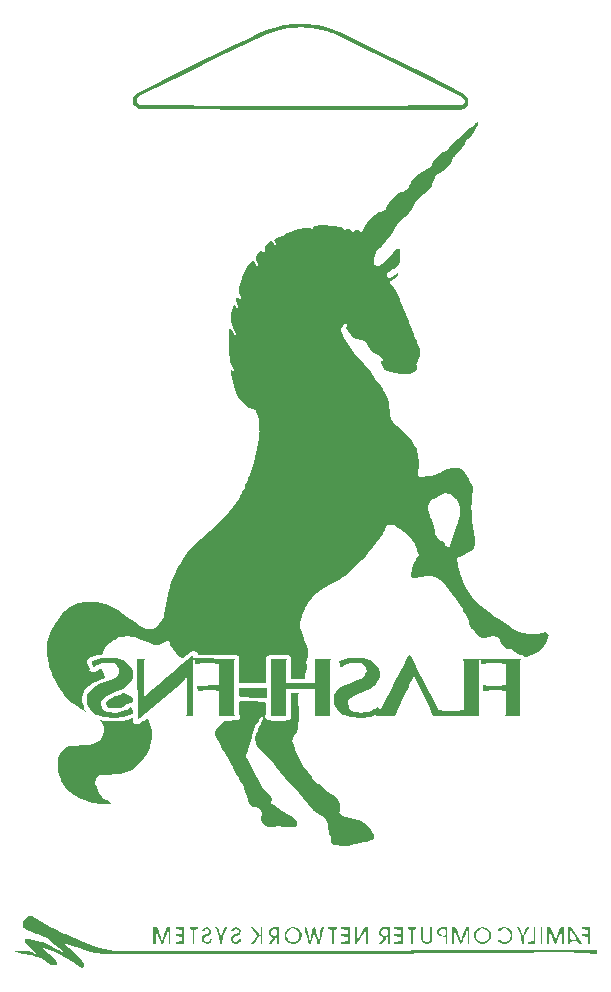
<source format=gbr>
G04 DipTrace 4.3.0.5*
G04 BottomSilk.gbr*
%MOIN*%
G04 #@! TF.FileFunction,Legend,Bot*
G04 #@! TF.Part,Single*
%FSLAX26Y26*%
G04*
G70*
G90*
G75*
G01*
G04 BotSilk*
%LPD*%
G36*
X1341826Y4019972D2*
X1322040Y4015026D1*
X1287414Y4000186D1*
X1250315Y3982874D1*
X1198377Y3958141D1*
X1047509Y3883944D1*
X879328Y3799853D1*
X874382Y3794907D1*
X869435Y3785014D1*
Y3765228D1*
X874382Y3757808D1*
X884275Y3750388D1*
X889221Y3747915D1*
X1430863Y3745442D1*
X1957664D1*
X1970031Y3747915D1*
X1977450Y3752862D1*
X1979924Y3755335D1*
X1984870Y3762755D1*
Y3785014D1*
X1982397Y3789960D1*
X1972504Y3799853D1*
X1843895Y3864158D1*
X1693027Y3938355D1*
X1556998Y4005133D1*
X1539685Y4012553D1*
X1532266Y4015026D1*
X1500113Y4024919D1*
X1487747Y4027392D1*
X1470434Y4029865D1*
X1450648Y4032339D1*
X1406130D1*
X1371505Y4027392D1*
X1359138Y4024919D1*
X1349245Y4022446D1*
X1341826Y4019972D1*
X1411077D1*
X1422618Y4022446D1*
X1434160D1*
X1445702Y4019972D1*
X1465488Y4017499D1*
X1495167Y4012553D1*
X1514953Y4007606D1*
X1529792Y4002660D1*
X1534739Y4000186D1*
X1547105Y3995240D1*
X1566891Y3985347D1*
X1772171Y3883944D1*
X1898306Y3822113D1*
X1905726Y3819639D1*
X1965084Y3789960D1*
X1972504Y3782541D1*
Y3780067D1*
X1974977Y3777594D1*
Y3770174D1*
X1967557Y3762755D1*
X1962611Y3760281D1*
X1606463Y3757808D1*
X1250315D1*
X894168Y3760281D1*
X884275Y3765228D1*
Y3767701D1*
X881801Y3770174D1*
Y3785014D1*
X889221Y3792434D1*
X909007Y3802327D1*
X916427Y3804800D1*
X1042562Y3866631D1*
X1158805Y3923516D1*
X1302254Y3992767D1*
X1307200Y3995240D1*
X1344299Y4007606D1*
X1383871Y4017499D1*
X1411077Y4019972D1*
X1341826D1*
G37*
G36*
X1230529Y2466772D2*
X1228056Y2464299D1*
X1220636Y2449460D1*
X1210743Y2434620D1*
X1200850Y2422254D1*
X1188484Y2407414D1*
Y2404941D1*
X1129126Y2345583D1*
X1124180Y2343110D1*
X1094501Y2315904D1*
X1059875Y2281279D1*
X1049982Y2268912D1*
X1035143Y2249126D1*
X1030196Y2241707D1*
X1027723Y2236760D1*
X1022776Y2229341D1*
X1000517Y2184822D1*
X993098Y2162563D1*
X990624Y2152670D1*
X988151Y2145250D1*
X978258Y2095785D1*
X973312Y2066106D1*
X970838Y2053740D1*
X965892Y2046320D1*
X953526Y2031481D1*
X941159Y2019114D1*
X936213Y2016641D1*
X927969Y2014168D1*
X919724D1*
X911480Y2016641D1*
X886748Y2029007D1*
X881801Y2033954D1*
X859542Y2048793D1*
X849649Y2056213D1*
X834810Y2066106D1*
X824917Y2073526D1*
X817497Y2078472D1*
X777925Y2098258D1*
X763085Y2103205D1*
X750719Y2105678D1*
X708674D1*
X686415Y2100732D1*
X678995Y2098258D1*
X659209Y2088365D1*
X649316Y2080946D1*
X641896Y2075999D1*
X639423Y2073526D1*
X624583Y2056213D1*
X617164Y2046320D1*
X607271Y2031481D1*
X592431Y2001802D1*
X585012Y1979542D1*
X582538Y1974596D1*
Y1927604D1*
X587485Y1897925D1*
X589958Y1888032D1*
X592431Y1883086D1*
X597378Y1868246D1*
X599851Y1863300D1*
X602324Y1855880D1*
X604797Y1850933D1*
X609744Y1843514D1*
X619637Y1823728D1*
X634476Y1801469D1*
X636950Y1796522D1*
X664155Y1769316D1*
X671575Y1764370D1*
X681468Y1756950D1*
X693834Y1749530D1*
X701254Y1744584D1*
X711147Y1739637D1*
Y1742111D1*
X706201Y1749530D1*
X703727Y1756950D1*
X701254Y1766843D1*
X698781Y1769316D1*
Y1791576D1*
X701254Y1794049D1*
X706201Y1808888D1*
Y1811361D1*
X721040Y1826201D1*
X725987Y1828674D1*
X728460Y1831147D1*
X758139Y1845987D1*
X765559Y1848460D1*
X775452Y1853407D1*
Y1855880D1*
X772978Y1860826D1*
X770505Y1868246D1*
X768032Y1873193D1*
X765559Y1883086D1*
X763085Y1885559D1*
X758139Y1883086D1*
X743299Y1873193D1*
X739177Y1870719D1*
X735055D1*
X730933Y1873193D1*
X725987Y1875666D1*
X723054Y1878446D1*
X723513Y1880612D1*
X721040Y1888032D1*
X718567Y1897925D1*
X716094Y1900398D1*
Y1912765D1*
X721040Y1917711D1*
X725987Y1920184D1*
X733406Y1922658D1*
X738353Y1925131D1*
X748246Y1927604D1*
X765559Y1930077D1*
X768032Y1935024D1*
X770505Y1944917D1*
X775452Y1952337D1*
Y1954810D1*
X790291Y1969649D1*
X805131Y1977069D1*
X807604Y1979542D1*
X822443Y1986962D1*
X837283Y1989435D1*
X845527Y1991909D1*
X853771D1*
X862015Y1989435D1*
X874382Y1986962D1*
X889221Y1982016D1*
X899114Y1977069D1*
X926320Y1967176D1*
X938686Y1962230D1*
X951052D1*
X960945Y1964703D1*
X980731Y1974596D1*
X985678D1*
X990624Y1972123D1*
Y1969649D1*
X993098Y1962230D1*
X995571Y1957283D1*
X1002991Y1947390D1*
X1022776Y1922658D1*
X1025250Y1920184D1*
X1030196Y1917711D1*
X1035143D1*
X1049982Y1930077D1*
X1057402Y1937497D1*
X1062348Y1939970D1*
X1068119Y1942444D1*
X1073890D1*
X1079661Y1939970D1*
X1084608Y1935024D1*
Y1932551D1*
X1087081Y1930077D1*
X1213217Y1927604D1*
X1220636Y1925131D1*
X1223110Y1922658D1*
Y1833621D1*
X1312147D1*
Y1920184D1*
X1317093Y1925131D1*
X1322040Y1927604D1*
X1343474Y1930077D1*
X1364909D1*
X1386344Y1927604D1*
X1391291Y1925131D1*
X1396237Y1920184D1*
Y1912765D1*
X1393764Y1910291D1*
Y1848460D1*
X1438282D1*
X1440756Y1853407D1*
X1443229Y1860826D1*
X1445702Y1870719D1*
X1448175Y1883086D1*
Y1897925D1*
X1445702Y1900398D1*
Y1907818D1*
X1448175Y1910291D1*
X1450648Y1920184D1*
Y1944917D1*
X1448175Y1957283D1*
X1443229Y1972123D1*
X1438282Y1982016D1*
X1430863Y2004275D1*
X1428389Y2014168D1*
X1425916Y2016641D1*
Y2041374D1*
X1428389Y2043847D1*
X1430863Y2056213D1*
X1435809Y2071053D1*
X1438282Y2075999D1*
X1440756Y2083419D1*
X1443229Y2088365D1*
X1448175Y2095785D1*
X1450648Y2100732D1*
X1465488Y2118044D1*
Y2120518D1*
X1480327Y2135357D1*
X1485274Y2137830D1*
X1505060Y2152670D1*
X1522373Y2162563D1*
X1554525Y2179876D1*
X1566891Y2187295D1*
X1574311Y2192242D1*
X1589150Y2204608D1*
X1631196Y2244180D1*
X1633669Y2246653D1*
X1663348Y2281279D1*
X1668294Y2288698D1*
X1690554Y2318377D1*
X1700447Y2333217D1*
X1702920Y2338163D1*
X1707866Y2345583D1*
X1712813Y2355476D1*
X1713294Y2357229D1*
X1715286Y2360423D1*
X1720233Y2362896D1*
X1722080Y2364484D1*
X1723361Y2364340D1*
X1725179Y2362896D1*
X1737545Y2360423D1*
X1744965Y2357949D1*
X1749912Y2355476D1*
X1752385Y2353003D1*
X1759805Y2348056D1*
X1772171Y2338163D1*
X1777117Y2335690D1*
X1799377Y2313431D1*
Y2310958D1*
X1804323Y2303538D1*
X1811743Y2288698D1*
X1814216Y2281279D1*
X1816689Y2276332D1*
X1819163Y2268912D1*
X1821636Y2266439D1*
Y2261493D1*
X1819163Y2259019D1*
X1816689Y2254073D1*
X1811743Y2246653D1*
X1809270Y2241707D1*
X1804323Y2234287D1*
X1799377Y2219448D1*
X1796903Y2209555D1*
X1794430Y2197188D1*
Y2192242D1*
X1796903Y2187295D1*
X1799377Y2184822D1*
X1809270D1*
X1829056Y2189769D1*
X1844719Y2192242D1*
X1860383D1*
X1876047Y2189769D1*
X1885940Y2184822D1*
X1890887Y2179876D1*
X1895833Y2177402D1*
X1910673Y2162563D1*
Y2160090D1*
X1923039Y2145250D1*
X1932932Y2130411D1*
X1940352Y2120518D1*
X1950245Y2105678D1*
X1957664Y2095785D1*
X1967557Y2080946D1*
X1970031Y2075999D1*
X1974977Y2068579D1*
X1984870Y2048793D1*
X1987343Y2041374D1*
X1989817Y2036427D1*
X1992290Y2026534D1*
X1994763Y2019114D1*
X1997236Y2016641D1*
X2002183Y2014168D1*
X2009603Y2006748D1*
Y2004275D1*
X2012076Y1999328D1*
X2024442Y1986962D1*
X2031862Y1984489D1*
X2041755D1*
X2051648Y1986962D1*
X2059068Y1989435D1*
X2065663Y1991909D1*
X2072258D1*
X2078854Y1989435D1*
X2086273Y1986962D1*
X2091220Y1982016D1*
Y1979542D1*
X2096166Y1969649D1*
X2101113Y1962230D1*
X2108533Y1954810D1*
X2115952Y1949863D1*
X2128319Y1947390D1*
X2143158Y1939970D1*
X2145631Y1937497D1*
X2153051Y1932551D1*
X2157998Y1930077D1*
X2165417Y1927604D1*
X2170364Y1925131D1*
X2172837Y1922658D1*
X2182730D1*
X2195096Y1927604D1*
X2200043Y1930077D1*
X2217356Y1939970D1*
X2224775Y1944917D1*
X2227249Y1947390D1*
X2237142Y1959756D1*
X2244561Y1969649D1*
X2251981Y1984489D1*
X2254454Y1994382D1*
X2251981Y1999328D1*
X2249508Y2001802D1*
X2244561Y2004275D1*
X2217356Y1999328D1*
X2206638Y1996855D1*
X2195921D1*
X2185203Y1999328D1*
X2170364Y2001802D1*
X2155524Y2006748D1*
X2150578Y2009221D1*
X2143158Y2011695D1*
X2138212Y2014168D1*
X2135738Y2016641D1*
X2128319Y2021588D1*
X2118426Y2029007D1*
X2088747Y2048793D1*
X2076380Y2056213D1*
X2054121Y2071053D1*
X2041755Y2080946D1*
X2026915Y2093312D1*
X2021969Y2095785D1*
X2007129Y2110625D1*
Y2113098D1*
X1999710Y2122991D1*
X1979924Y2152670D1*
X1970031Y2172456D1*
X1965084Y2187295D1*
X1962611Y2192242D1*
X1960138Y2199662D1*
X1957664Y2204608D1*
X1955191Y2212028D1*
X1952718Y2226867D1*
X1950245Y2239233D1*
X1947771Y2241707D1*
Y2251600D1*
X1952718Y2254073D1*
X1960138Y2256546D1*
X1994763Y2273859D1*
X2004656Y2283752D1*
X2009603Y2293645D1*
Y2298591D1*
X2007129Y2315904D1*
X2002183Y2355476D1*
X1999710Y2377735D1*
X1997236Y2412361D1*
X1994763Y2414834D1*
Y2429674D1*
X1997236Y2432147D1*
X1999710Y2456879D1*
X2002183Y2474192D1*
Y2489032D1*
X1997236Y2498925D1*
X1992290Y2506344D1*
X1987343Y2516237D1*
X1967557Y2545916D1*
X1965084Y2548390D1*
X1955191Y2553336D1*
X1930459D1*
X1915619Y2548390D1*
X1903253Y2543443D1*
X1890887Y2536023D1*
X1888413Y2533550D1*
X1873574Y2528604D1*
X1861208Y2526130D1*
X1846368Y2523657D1*
X1837300Y2521184D1*
X1828231D1*
X1819163Y2523657D1*
X1816229Y2526438D1*
X1816993Y2528089D1*
X1819163Y2531077D1*
X1821636Y2565702D1*
Y2568176D1*
X1819163Y2597855D1*
X1816689Y2607748D1*
X1814216Y2615167D1*
X1806796Y2630007D1*
X1801850Y2637427D1*
X1799377Y2642373D1*
X1791957Y2652266D1*
X1754858Y2689365D1*
X1749912Y2691838D1*
X1735072Y2706677D1*
Y2709151D1*
X1730126Y2716570D1*
X1725179Y2731410D1*
X1722706Y2763562D1*
X1720233Y2773455D1*
X1715286Y2788295D1*
X1707866Y2803134D1*
X1702920Y2810554D1*
X1700447Y2815500D1*
X1690554Y2830340D1*
X1675714Y2850126D1*
X1660875Y2872385D1*
X1616356Y2924323D1*
X1606463Y2936690D1*
X1591624Y2956476D1*
X1571838Y2986155D1*
X1566891Y2996048D1*
X1564418Y3005941D1*
X1561945Y3008414D1*
Y3018307D1*
X1564418Y3020780D1*
X1566891Y3025727D1*
X1574311Y3035620D1*
X1576158Y3037208D1*
X1577440Y3037063D1*
X1579229Y3035545D1*
X1581731Y3033146D1*
Y3025727D1*
X1579257Y3023253D1*
Y3018307D1*
X1584204Y3008414D1*
X1594097Y2996048D1*
X1596570Y2993574D1*
X1606463Y2986155D1*
X1616356Y2981208D1*
X1631196Y2978735D1*
X1646035Y2971315D1*
X1648027Y2968122D1*
X1648508Y2966369D1*
X1650982Y2958949D1*
X1658401Y2949056D1*
X1663348Y2944109D1*
X1673241Y2936690D1*
X1680661Y2931743D1*
X1685607Y2929270D1*
X1700447Y2914430D1*
Y2909484D1*
X1695500Y2907011D1*
Y2902064D1*
X1705393Y2882278D1*
X1707866Y2879805D1*
X1730126Y2872385D1*
X1762278Y2864965D1*
X1791957D1*
X1799377Y2867439D1*
X1806796Y2872385D1*
X1814216Y2879805D1*
Y2894644D1*
X1811283Y2897425D1*
X1812047Y2899077D1*
X1814216Y2902064D1*
X1826582Y2926797D1*
Y2944109D1*
X1824109Y2951529D1*
X1821636Y2956476D1*
X1819163Y2963895D1*
X1816689Y2968842D1*
X1814216Y2976262D1*
X1809270Y2986155D1*
X1806796Y2993574D1*
X1804323Y2998521D1*
X1801850Y3005941D1*
X1799377Y3010887D1*
X1796903Y3018307D1*
X1794430Y3023253D1*
X1791957Y3030673D1*
X1789484Y3035620D1*
X1787010Y3043039D1*
X1784537Y3047986D1*
X1782064Y3055406D1*
X1777117Y3065299D1*
X1774644Y3072718D1*
X1772171Y3077665D1*
X1769698Y3085084D1*
X1767224Y3090031D1*
X1764751Y3097451D1*
X1762278Y3102397D1*
X1759805Y3109817D1*
X1757331Y3114763D1*
X1754858Y3122183D1*
X1744965Y3141969D1*
X1737545Y3151862D1*
X1727652Y3166702D1*
X1725179Y3169175D1*
Y3174121D1*
X1727652Y3176595D1*
X1737545Y3181541D1*
X1744965Y3186488D1*
X1749912Y3191434D1*
X1752385Y3196381D1*
Y3201327D1*
X1742492Y3196381D1*
X1726003Y3186488D1*
X1721881D1*
X1717759Y3188961D1*
X1715286Y3191434D1*
Y3201327D1*
X1717759Y3203800D1*
X1722706Y3206274D1*
X1735072Y3213693D1*
X1740019Y3216167D1*
X1749912Y3226060D1*
X1754858Y3233479D1*
X1757331Y3238426D1*
X1759805Y3250792D1*
Y3275525D1*
X1757331Y3280471D1*
X1752385Y3282944D1*
X1747438D1*
X1735072Y3270578D1*
Y3268105D1*
X1700447Y3233479D1*
X1695500Y3231006D1*
X1693027Y3228533D1*
X1687256Y3226060D1*
X1681485D1*
X1675714Y3228533D1*
X1670768Y3233479D1*
Y3245846D1*
X1673241Y3248319D1*
X1678187Y3268105D1*
X1683134Y3277998D1*
X1683615Y3279751D1*
X1685607Y3282944D1*
X1690554Y3285418D1*
X1697973Y3292837D1*
X1730126Y3329936D1*
X1735072Y3337356D1*
X1742492Y3352195D1*
X1749912Y3362088D1*
Y3364562D1*
X1774644Y3389294D1*
X1779591Y3391767D1*
X1789484Y3401660D1*
X1799377Y3414027D1*
X1806796Y3428866D1*
X1816689Y3443706D1*
Y3446179D1*
X1834002Y3463492D1*
X1838949Y3465965D1*
X1858735Y3485751D1*
X1863681Y3493171D1*
X1866154Y3498117D1*
X1871101Y3512956D1*
X1873574Y3517903D1*
Y3520376D1*
X1883467Y3530269D1*
X1893360Y3535216D1*
X1900780Y3540162D1*
X1918092Y3557475D1*
X1927985Y3569841D1*
X1930459Y3574788D1*
X1932932Y3582207D1*
X1934169Y3584681D1*
X1935518Y3586934D1*
X1937902Y3589574D1*
X1940352Y3592100D1*
X1965084Y3616833D1*
X1974977Y3631672D1*
X1979924Y3641565D1*
Y3644039D1*
X1984870Y3648985D1*
X1989817Y3651458D1*
X1994763Y3656405D1*
X2004656Y3671244D1*
X2007129Y3678664D1*
X2012076Y3686084D1*
X2019496Y3695977D1*
Y3705870D1*
X2017022D1*
X2009603Y3703397D1*
X2007129Y3700923D1*
Y3698450D1*
X1997236Y3688557D1*
X1992290Y3686084D1*
X1950245Y3648985D1*
X1940352Y3641565D1*
X1927985Y3629199D1*
X1923039Y3621779D1*
X1921802Y3619306D1*
X1920346Y3616720D1*
X1918074Y3614352D1*
X1913146Y3609413D1*
X1903253Y3604467D1*
X1893360Y3597047D1*
X1868627Y3572314D1*
X1863681Y3562421D1*
X1856261Y3552528D1*
X1831529Y3537689D1*
X1814216Y3527796D1*
X1809270Y3522849D1*
X1799377Y3510483D1*
X1794430Y3503063D1*
X1791957Y3498117D1*
X1789484Y3490697D1*
Y3488224D1*
X1779591Y3478331D1*
X1769698Y3473385D1*
X1759805Y3470911D1*
X1754858Y3468438D1*
X1744965Y3461018D1*
X1727652Y3443706D1*
X1720233Y3433813D1*
X1712813Y3418973D1*
Y3416500D1*
X1707866Y3411553D1*
X1702920Y3409080D1*
X1693027Y3406607D1*
X1685607Y3404134D1*
X1675714Y3396714D1*
X1668294Y3391767D1*
X1663348Y3386821D1*
X1653455Y3374455D1*
X1638615Y3352195D1*
X1636142Y3347249D1*
Y3344776D1*
X1631196Y3339829D1*
X1627570Y3340080D1*
X1626249Y3342302D1*
X1621303Y3344776D1*
X1608936D1*
X1603990Y3342302D1*
X1601367Y3339616D1*
X1600087Y3340018D1*
X1599043Y3342302D1*
X1596570Y3344776D1*
X1589150Y3347249D1*
X1579257D1*
X1576242Y3344668D1*
X1573374Y3344985D1*
X1571031Y3347848D1*
X1571838Y3349722D1*
X1569364Y3352195D1*
X1564418Y3354669D1*
X1502587Y3362088D1*
X1492694D1*
X1477854Y3359615D1*
X1470434Y3357142D1*
X1467961Y3354669D1*
X1467061Y3351628D1*
X1464429Y3349521D1*
X1462191Y3349916D1*
X1460541Y3352195D1*
X1443229D1*
X1418496Y3347249D1*
X1373978Y3332409D1*
X1371505Y3329936D1*
X1370692Y3326936D1*
X1369031Y3324990D1*
X1356665Y3322516D1*
X1349245Y3320043D1*
X1344299Y3317570D1*
X1339352Y3312623D1*
X1341826Y3305204D1*
X1344299Y3302730D1*
Y3297784D1*
X1341283Y3295203D1*
X1338424Y3295523D1*
X1336879Y3297784D1*
X1331933Y3307677D1*
X1329459Y3310150D1*
X1326986D1*
X1319566Y3302730D1*
X1307200Y3287891D1*
Y3280471D1*
X1309192Y3277278D1*
X1309673Y3275525D1*
X1306376Y3273051D1*
X1303078D1*
X1299780Y3275525D1*
X1294834D1*
X1289887Y3270578D1*
X1277521Y3255739D1*
Y3245846D1*
X1282468Y3238426D1*
X1283704Y3235953D1*
X1284755Y3233244D1*
X1284854Y3230921D1*
X1284304Y3228079D1*
X1282324Y3225832D1*
X1281042Y3226248D1*
X1279994Y3228533D1*
X1275048Y3238426D1*
X1272575Y3240899D1*
X1265155D1*
X1255262Y3231006D1*
X1245369Y3216167D1*
X1235476Y3196381D1*
X1233003Y3186488D1*
X1228056Y3171648D1*
X1223110Y3151862D1*
X1220636Y3139496D1*
Y3134549D1*
X1225583Y3127130D1*
X1228056Y3122183D1*
X1229927Y3118857D1*
X1229612Y3116596D1*
X1227015Y3114568D1*
X1224753Y3114959D1*
X1223110Y3117237D1*
X1213217D1*
Y3107344D1*
X1215690Y3102397D1*
X1218163Y3092504D1*
X1220034Y3089178D1*
X1219719Y3086917D1*
X1217122Y3084889D1*
X1214858Y3085277D1*
X1212394Y3088166D1*
X1213217Y3090031D1*
X1208270Y3094977D1*
X1205797D1*
X1203324Y3092504D1*
X1200850Y3085084D1*
X1198377Y3080138D1*
X1195904Y3065299D1*
Y3040566D1*
X1198377Y3033146D1*
X1200850Y3023253D1*
X1203324Y3018307D1*
X1205797Y3010887D1*
X1208270Y3005941D1*
X1210743Y3003467D1*
Y2998521D1*
X1208121Y2995835D1*
X1206840Y2996236D1*
X1205797Y2998521D1*
X1200850Y3008414D1*
X1195904Y3015834D1*
X1193431Y3018307D1*
X1190957D1*
X1188484Y3015834D1*
Y2936690D1*
X1190957Y2916904D1*
X1193431Y2907011D1*
X1195904Y2899591D1*
X1205789Y2879793D1*
X1206660Y2875865D1*
X1205023Y2874716D1*
X1203324Y2874858D1*
X1198377Y2879805D1*
X1195904D1*
Y2874858D1*
X1205797D1*
X1207644Y2876447D1*
X1208865Y2876194D1*
X1209659Y2873742D1*
X1208218Y2872175D1*
X1206803Y2872584D1*
X1205797Y2874858D1*
X1195904D1*
Y2864965D1*
X1205797Y2825393D1*
X1215690Y2795714D1*
X1223110Y2780875D1*
X1250315Y2753669D1*
X1255262Y2751196D1*
X1267628Y2748723D1*
X1277521Y2743776D1*
X1279513Y2740583D1*
X1279994Y2738830D1*
X1282468Y2733883D1*
X1284941Y2726463D1*
X1287414Y2711624D1*
X1289887Y2679472D1*
X1291758Y2676145D1*
X1291511Y2673917D1*
X1289887Y2672052D1*
X1287414Y2649793D1*
X1284941Y2632480D1*
X1279994Y2602801D1*
X1272575Y2573122D1*
X1257735Y2528604D1*
X1255262Y2523657D1*
X1252789Y2516237D1*
X1250315Y2511291D1*
X1247842Y2503871D1*
X1242896Y2493978D1*
X1240422Y2486558D1*
X1235476Y2479139D1*
X1230529Y2469246D1*
Y2466772D1*
X1903253D1*
X1908199Y2469246D1*
X1913146D1*
X1918092Y2466772D1*
X1925512Y2464299D1*
X1930459Y2461826D1*
X1932932Y2459353D1*
X1942825Y2451933D1*
X1945298Y2449460D1*
X1947716Y2446865D1*
X1949756Y2443776D1*
X1950245Y2442040D1*
X1952718Y2437093D1*
X1957664Y2422254D1*
X1960138Y2419781D1*
Y2397521D1*
X1957664Y2395048D1*
X1955191Y2380209D1*
X1952718Y2372789D1*
X1950245Y2367842D1*
X1947771Y2360423D1*
X1945298Y2355476D1*
X1937878Y2333217D1*
X1935405Y2320851D1*
X1932932Y2310958D1*
X1927985Y2301065D1*
X1925512Y2293645D1*
X1924265Y2291165D1*
X1922829Y2288582D1*
X1920413Y2286006D1*
X1919140Y2286413D1*
X1918092Y2288698D1*
X1913146Y2291172D1*
X1908199Y2296118D1*
Y2298591D1*
X1905726Y2303538D1*
X1898306Y2308484D1*
X1888413Y2313431D1*
X1880994Y2320851D1*
Y2323324D1*
X1876047Y2333217D1*
X1873574Y2345583D1*
X1871101Y2355476D1*
X1863681Y2377735D1*
X1858735Y2387628D1*
X1853788Y2407414D1*
X1851315Y2409888D1*
Y2429674D1*
X1853788Y2432147D1*
X1858735Y2439567D1*
X1866154Y2446986D1*
X1871101Y2449460D1*
X1888413Y2459353D1*
X1903253Y2466772D1*
X1230529D1*
G37*
G36*
X1576784Y1727271D2*
X1596570Y1722325D1*
X1628722Y1719851D1*
X1631196D1*
X1658401Y1722325D1*
X1668294Y1724798D1*
X1672416Y1727271D1*
X1676539D1*
X1680661Y1724798D1*
X1742492D1*
X1744965Y1732218D1*
X1752385Y1747057D1*
X1754858Y1754477D1*
X1769698Y1784156D1*
X1772171Y1791576D1*
X1787010Y1821254D1*
X1789484Y1828674D1*
X1801850Y1853407D1*
X1802362Y1855085D1*
X1804603Y1857130D1*
X1806615Y1857011D1*
X1808726Y1854949D1*
X1811743Y1845987D1*
X1831529Y1806415D1*
X1834002Y1798995D1*
X1851315Y1764370D1*
X1853788Y1756950D1*
X1866154Y1732218D1*
X1868627Y1724798D1*
X2024442D1*
X2021969Y1727271D1*
Y1910291D1*
X2023816Y1911880D1*
X2025098Y1911735D1*
X2026915Y1910291D1*
X2029389Y1900398D1*
X2031862Y1897925D1*
X2058243Y1900398D1*
X2084625D1*
X2111006Y1897925D1*
Y1828674D1*
X2085449Y1826201D1*
X2059892D1*
X2034335Y1828674D1*
Y1823728D1*
X2036808Y1808888D1*
X2041755D1*
X2064839Y1811361D1*
X2087922D1*
X2111006Y1808888D1*
Y1732218D1*
X2108533Y1729744D1*
Y1724798D1*
X2160471D1*
X2157998Y1727271D1*
Y1912765D1*
X2160471Y1915238D1*
X1970031D1*
Y1910291D1*
X1972504Y1907818D1*
Y1744584D1*
X1943649Y1742111D1*
X1914795D1*
X1885940Y1744584D1*
Y1747057D1*
X1861208Y1796522D1*
X1856261Y1803942D1*
X1831529Y1853407D1*
X1826582Y1860826D1*
X1801850Y1910291D1*
X1796903Y1917711D1*
X1791957Y1927604D1*
X1789484Y1930077D1*
X1779591Y1910291D1*
X1774644Y1902872D1*
X1740019Y1833621D1*
X1735072Y1826201D1*
X1702920Y1761897D1*
X1697973Y1754477D1*
X1693027Y1744584D1*
X1692399Y1741666D1*
X1690409Y1739409D1*
X1689128Y1739826D1*
X1688080Y1742111D1*
Y1749530D1*
X1685607Y1756950D1*
X1675714Y1749530D1*
X1673241Y1747057D1*
X1663348Y1742111D1*
X1655928Y1739637D1*
X1638615Y1737164D1*
X1632020Y1734691D1*
X1625425D1*
X1618829Y1737164D1*
X1606463Y1739637D1*
X1599043Y1742111D1*
X1589150Y1752004D1*
Y1754477D1*
X1586677Y1766843D1*
X1583744Y1769624D1*
X1584508Y1771275D1*
X1586677Y1774263D1*
Y1779209D1*
X1589150Y1781683D1*
X1594097Y1784156D1*
X1601517Y1791576D1*
X1611410Y1796522D1*
X1618829Y1798995D1*
X1636142Y1806415D1*
X1648508Y1811361D1*
X1658401Y1816308D1*
X1670768Y1823728D1*
X1678187Y1831147D1*
X1683134Y1838567D1*
X1688080Y1848460D1*
X1690554Y1855880D1*
Y1873193D1*
X1688080Y1883086D1*
X1683134Y1892979D1*
X1673241Y1902872D1*
X1658401Y1910291D1*
X1636142Y1917711D1*
X1584204D1*
X1554525Y1907818D1*
Y1905345D1*
X1556998Y1897925D1*
X1559471Y1888032D1*
X1564418D1*
X1566891Y1890505D1*
X1581731Y1897925D1*
X1591624Y1900398D1*
X1608936Y1902872D1*
X1610784Y1904460D1*
X1612065Y1904316D1*
X1613883Y1902872D1*
X1628722Y1900398D1*
X1638615Y1895452D1*
X1646035Y1888032D1*
Y1880612D1*
X1648508Y1878139D1*
Y1873193D1*
X1646035Y1870719D1*
X1641089Y1860826D1*
X1633669Y1853407D1*
X1608936Y1841040D1*
X1594097Y1836094D1*
X1576784Y1828674D1*
X1561945Y1821254D1*
X1552052Y1813835D1*
X1544632Y1803942D1*
X1539685Y1794049D1*
Y1769316D1*
X1542159Y1759423D1*
X1547105Y1749530D1*
X1556998Y1737164D1*
X1564418Y1732218D1*
X1569364Y1729744D1*
X1576784Y1727271D1*
X1678187D1*
X1680034Y1728859D1*
X1681256Y1728607D1*
X1682049Y1726155D1*
X1680608Y1724588D1*
X1679194Y1724997D1*
X1678187Y1727271D1*
X1576784D1*
G37*
G36*
X1069768Y1927604D2*
X1064822Y1925131D1*
X1047509Y1910291D1*
X1032669Y1897925D1*
X998044Y1868246D1*
X983205Y1855880D1*
X965892Y1841040D1*
X951052Y1828674D1*
X933740Y1813835D1*
X911480Y1794049D1*
X908858Y1791362D1*
X907577Y1791764D1*
X906534Y1794049D1*
Y1912765D1*
X909007Y1915238D1*
X881801D1*
Y1910291D1*
X884275Y1714905D1*
X891694Y1719851D1*
X1010410Y1818781D1*
X1027723Y1833621D1*
X1042562Y1848460D1*
X1042966Y1850373D1*
X1044483Y1852400D1*
X1045702Y1852342D1*
X1047509Y1850933D1*
Y1732218D1*
X1045036Y1729744D1*
Y1724798D1*
X1069768D1*
Y1912765D1*
X1071615Y1914353D1*
X1072897Y1914209D1*
X1074715Y1912765D1*
Y1905345D1*
X1077188Y1895452D1*
X1079661Y1897925D1*
X1105218Y1900398D1*
X1130775D1*
X1156332Y1897925D1*
Y1828674D1*
X1082134Y1826201D1*
Y1821254D1*
X1084608Y1811361D1*
X1087081Y1808888D1*
X1089554D1*
X1111813Y1811361D1*
X1134073D1*
X1156332Y1808888D1*
Y1727271D1*
X1153859Y1724798D1*
X1208270D1*
Y1727271D1*
X1205797Y1729744D1*
Y1910291D1*
X1208270Y1912765D1*
Y1915238D1*
X1069768Y1917711D1*
Y1927604D1*
G37*
G36*
X760612Y1917711D2*
X750719Y1915238D1*
X743299Y1912765D1*
X730933Y1907818D1*
X733406Y1897925D1*
X735880Y1890505D1*
X738353Y1888032D1*
X740826D1*
X743299Y1890505D1*
X758139Y1897925D1*
X765559Y1900398D1*
X782871Y1902872D1*
X785519Y1904348D1*
X787666Y1904190D1*
X790291Y1902872D1*
X805131Y1900398D1*
X815024Y1895452D1*
Y1892979D1*
X822443Y1885559D1*
Y1868246D1*
X819970Y1865773D1*
Y1863300D1*
X810077Y1853407D1*
X785345Y1841040D1*
X763085Y1833621D1*
X738353Y1821254D1*
X721040Y1803942D1*
X716094Y1794049D1*
Y1766843D1*
X718567Y1759423D1*
X723513Y1749530D1*
X738353Y1734691D1*
X745773Y1729744D1*
X753192Y1727271D1*
X772978Y1722325D1*
X807604Y1719851D1*
X810077D1*
X834810Y1722325D1*
X854596Y1727271D1*
X864489Y1732218D1*
X866962Y1734691D1*
Y1739637D1*
X864489Y1752004D1*
X862015Y1754477D1*
X859542D1*
X854596Y1749530D1*
X844703Y1744584D1*
X822443Y1737164D1*
X813375Y1734691D1*
X804306D1*
X795238Y1737164D1*
X782871Y1739637D1*
X775452Y1742111D1*
X765559Y1752004D1*
Y1756950D1*
X763085Y1759423D1*
Y1776736D1*
X775452Y1789102D1*
X800184Y1801469D1*
X807604Y1803942D1*
X824917Y1811361D1*
X834810Y1816308D1*
X849649Y1826201D1*
X859542Y1838567D1*
X864489Y1845987D1*
X866962Y1853407D1*
Y1875666D1*
X864489Y1883086D1*
X859542Y1892979D1*
X849649Y1902872D1*
X834810Y1910291D1*
X812550Y1917711D1*
X760612D1*
G37*
G36*
X1326986Y1915238D2*
Y1724798D1*
X1381398D1*
X1378924Y1727271D1*
Y1813835D1*
X1411077Y1816308D1*
X1443229D1*
X1475381Y1813835D1*
Y1724798D1*
X1527319D1*
X1524846Y1727271D1*
Y1912765D1*
X1527319Y1915238D1*
X1475381D1*
Y1836094D1*
X1443229Y1833621D1*
X1411077D1*
X1378924Y1836094D1*
Y1912765D1*
X1381398Y1915238D1*
X1326986D1*
G37*
G36*
X1220636Y1818781D2*
Y1791576D1*
X1233003Y1789102D1*
X1279994Y1786629D1*
X1314620D1*
Y1818781D1*
X1220636D1*
G37*
G36*
X834810Y1801469D2*
X824917Y1796522D1*
X810077Y1791576D1*
X797711Y1786629D1*
X787818Y1781683D1*
X780398Y1774263D1*
X777925Y1769316D1*
Y1764370D1*
X780398Y1756950D1*
X782871Y1754477D1*
X787818Y1752004D1*
X827390D1*
X834810Y1754477D1*
X839756Y1756950D1*
X847176Y1764370D1*
X857069Y1769316D1*
X866962Y1771790D1*
Y1786629D1*
X864489Y1789102D1*
X852122Y1796522D1*
X847176Y1798995D1*
X839756Y1801469D1*
X834810D1*
G37*
G36*
X1393764D2*
Y1732218D1*
X1395000Y1729744D1*
X1396051Y1727036D1*
X1396203Y1724763D1*
X1396237Y1717378D1*
X1393764Y1714905D1*
X1388817Y1712432D1*
X1364909Y1709958D1*
X1341001D1*
X1317093Y1712432D1*
X1309673Y1719851D1*
Y1727271D1*
X1312147Y1729744D1*
Y1769316D1*
X1307200Y1771790D1*
X1262682Y1774263D1*
X1225583D1*
X1223110Y1771790D1*
Y1729744D1*
X1225583Y1727271D1*
Y1719851D1*
X1218163Y1712432D1*
X1173645Y1709958D1*
X1153859Y1690172D1*
X1143966Y1677806D1*
X1141492Y1672860D1*
Y1660493D1*
X1143966Y1655547D1*
X1148912Y1648127D1*
X1153859Y1638234D1*
X1158805Y1630814D1*
X1166225Y1615975D1*
X1171171Y1608555D1*
X1178591Y1593716D1*
X1183538Y1586296D1*
X1190957Y1571456D1*
X1195904Y1564037D1*
X1200850Y1554144D1*
X1205797Y1546724D1*
X1213217Y1531884D1*
X1218163Y1524465D1*
X1225583Y1509625D1*
X1230529Y1502205D1*
X1237949Y1487366D1*
X1242896Y1472526D1*
X1245369Y1467580D1*
X1250315Y1447794D1*
X1252789Y1440374D1*
X1255262Y1435428D1*
X1265155Y1425535D1*
X1270101Y1423061D1*
X1277521Y1420588D1*
X1287414Y1418115D1*
X1294834Y1410695D1*
Y1408222D1*
X1297307Y1405749D1*
Y1395856D1*
X1294834Y1393382D1*
Y1378543D1*
X1299780Y1371123D1*
X1312147Y1358757D1*
X1322040Y1353811D1*
X1336879D1*
X1351719Y1358757D1*
X1359138D1*
X1366558Y1356284D1*
X1386344Y1353811D1*
X1398710D1*
X1408603Y1356284D1*
X1413550Y1361230D1*
Y1373597D1*
X1411077Y1378543D1*
X1401184Y1388436D1*
X1393764Y1393382D1*
X1366558Y1408222D1*
X1336879Y1428008D1*
X1331933Y1430481D1*
X1329459Y1432954D1*
Y1440374D1*
X1331933Y1442847D1*
Y1447794D1*
X1329459Y1455214D1*
X1309673Y1477473D1*
X1299780Y1489839D1*
X1294834Y1497259D1*
X1292361Y1502205D1*
X1287414Y1509625D1*
X1272575Y1539304D1*
X1267628Y1546724D1*
X1247842Y1586296D1*
X1245369Y1588769D1*
Y1598662D1*
X1247842Y1601135D1*
X1250315Y1608555D1*
X1252789Y1613502D1*
X1262682Y1643181D1*
X1270101Y1672860D1*
X1275048Y1687699D1*
X1279994Y1697592D1*
X1284941Y1705012D1*
X1287414Y1709958D1*
X1292361Y1717378D1*
Y1719851D1*
X1297307Y1724798D1*
X1299611Y1723976D1*
X1302254Y1722325D1*
Y1714905D1*
X1299780Y1712432D1*
X1297307Y1707485D1*
X1294834Y1700065D1*
X1289887Y1690172D1*
X1284941Y1675333D1*
X1282468Y1670386D1*
X1277521Y1662967D1*
X1275048Y1658020D1*
Y1645654D1*
X1277521Y1638234D1*
X1279994Y1633288D1*
X1282468Y1625868D1*
X1334406Y1571456D1*
X1344299Y1556617D1*
X1359138Y1536831D1*
X1373978Y1519518D1*
X1423443Y1467580D1*
X1435809Y1452740D1*
X1453122Y1432954D1*
X1467961Y1413168D1*
X1472908Y1408222D1*
X1480327Y1403275D1*
X1500113Y1390909D1*
X1505060Y1388436D1*
X1512480Y1381016D1*
Y1378543D1*
X1514953Y1373597D1*
X1517426Y1366177D1*
X1519899Y1361230D1*
X1522373Y1331551D1*
X1527319Y1324132D1*
X1529792Y1304346D1*
X1532266Y1299399D1*
X1534739Y1296926D1*
X1539685Y1294453D1*
X1576784Y1291979D1*
X1584204D1*
X1594097Y1294453D1*
X1638615Y1304346D1*
X1648508Y1306819D1*
X1663348Y1311765D1*
X1673241Y1316712D1*
Y1321658D1*
X1670768Y1329078D1*
X1665821Y1338971D1*
X1660875Y1346391D1*
X1650982Y1358757D1*
X1638615Y1368650D1*
X1631196Y1373597D1*
X1618829Y1378543D1*
X1603990Y1383490D1*
X1594097Y1385963D1*
X1574311Y1388436D1*
X1569364Y1390909D1*
X1554525Y1405749D1*
X1556998Y1408222D1*
Y1432954D1*
X1554525Y1440374D1*
X1552052Y1445321D1*
X1537212Y1460160D1*
X1529792Y1465107D1*
X1519899Y1472526D1*
X1512480Y1477473D1*
X1490220Y1497259D1*
X1485274Y1499732D1*
X1465488Y1519518D1*
Y1521991D1*
X1450648Y1539304D1*
X1440756Y1551670D1*
X1435809Y1559090D1*
X1433336Y1564037D1*
X1428389Y1571456D1*
X1411077Y1606082D1*
X1408603Y1615975D1*
X1406130Y1628341D1*
X1401184Y1638234D1*
X1398710Y1640707D1*
Y1645654D1*
X1401184Y1648127D1*
X1406130Y1660493D1*
X1413550Y1670386D1*
X1416023Y1675333D1*
X1418496Y1682753D1*
X1420970Y1727271D1*
Y1756950D1*
X1418496Y1759423D1*
Y1798995D1*
X1420970Y1801469D1*
X1393764D1*
G37*
G36*
X913954Y1719851D2*
X904061Y1709958D1*
X899114Y1707485D1*
X894168Y1702539D1*
X884275Y1697592D1*
X879328D1*
X874382Y1700065D1*
X869435Y1705012D1*
Y1707485D1*
X866962Y1717378D1*
X864489D1*
X859542Y1714905D1*
X849649Y1712432D1*
X832336Y1709958D1*
X812550Y1707485D1*
X792764D1*
X772978Y1709958D1*
X758139Y1712432D1*
X765559Y1702539D1*
X768032Y1697592D1*
X770505Y1687699D1*
X772978Y1685226D1*
Y1672860D1*
X770505Y1670386D1*
X765559Y1655547D1*
X760612Y1648127D1*
Y1645654D1*
X755666Y1640707D1*
X735880Y1630814D1*
X718567Y1628341D1*
X654262Y1625868D1*
X644369Y1620921D1*
X629530Y1606082D1*
X619637Y1586296D1*
X617164Y1576403D1*
Y1546724D1*
X619637Y1536831D1*
X624583Y1521991D1*
X627057Y1517045D1*
X629530Y1509625D1*
X634476Y1499732D1*
X641896Y1489839D1*
X659209Y1472526D1*
X671575Y1462633D1*
X678995Y1457687D1*
X688888Y1452740D1*
X713620Y1442847D1*
X735880Y1435428D1*
X760612Y1432954D1*
X795238D1*
X787818Y1440374D1*
X772978Y1447794D1*
X765559Y1455214D1*
Y1457687D1*
X755666Y1470053D1*
X750719Y1479946D1*
X745773Y1494786D1*
X743299Y1497259D1*
Y1509625D1*
X745773Y1512098D1*
Y1517045D1*
X753192Y1524465D1*
X758139Y1526938D1*
X768032Y1529411D1*
X824917Y1531884D1*
X844703Y1536831D1*
X864489Y1546724D1*
X871908Y1551670D1*
X886748Y1564037D1*
X896641Y1573930D1*
X904061Y1583823D1*
X913954Y1598662D1*
X923847Y1618448D1*
X926320Y1625868D1*
X928793Y1635761D1*
X931266Y1650600D1*
Y1677806D1*
X928793Y1687699D1*
X926320Y1695119D1*
X923847Y1700065D1*
X921373Y1707485D1*
X916427Y1717378D1*
X913954Y1719851D1*
G37*
G36*
X614690Y935832D2*
X634476Y925939D1*
X636950Y923465D1*
X674048Y901206D1*
X681468Y896260D1*
X691361Y888840D1*
X698781Y883893D1*
X703727Y891313D1*
Y898733D1*
X698781Y908626D1*
X688888Y920992D1*
X659209Y950671D1*
X654262Y953144D1*
X641896Y965510D1*
X644544Y966987D1*
X646691Y966828D1*
X654262Y963037D1*
X691361Y950671D1*
X716094Y943251D1*
X733406Y938305D1*
X743299Y935832D1*
X775452Y933358D1*
X1435809D1*
X2170364Y935832D1*
X2237142Y938305D1*
X2303919D1*
X2370697Y935832D1*
X2410269Y933358D1*
X2415215Y935832D1*
Y945725D1*
X2175310D1*
X1411077Y943251D1*
X1209095Y940778D1*
X1007113D1*
X805131Y943251D1*
X775452Y948198D1*
X755666Y953144D1*
X711147Y967984D1*
X706201Y970457D1*
X693834Y975403D1*
X644369Y997663D1*
X636950Y1000136D1*
X602324Y1017449D1*
X599851Y1019922D1*
X530600Y1059494D1*
X523180D1*
X518234Y1057021D1*
X513287Y1052074D1*
X503394Y1037235D1*
X500921Y1029815D1*
X503394Y1022395D1*
X505868Y1019922D1*
X515761Y1012502D1*
X533073Y1005082D1*
X545440Y1000136D1*
X552859Y997663D1*
X587485Y980350D1*
X594905Y972930D1*
X607271Y963037D1*
X622110Y950671D1*
X627057Y948198D1*
X634476Y940778D1*
X631461Y938197D1*
X628601Y938517D1*
X627057Y940778D1*
X604797Y953144D1*
X594905Y958091D1*
X567699Y970457D1*
X560279Y972930D1*
X523180Y982823D1*
X508341D1*
Y970457D1*
X530600Y948198D1*
X535547Y945725D1*
X545440Y935832D1*
X542424Y933250D1*
X539564Y933570D1*
X538020Y935832D1*
X533073Y938305D1*
X520707Y943251D1*
X491028D1*
X488012Y940670D1*
X485153Y940990D1*
X483608Y943251D1*
X473715D1*
X478662Y938305D1*
X500921Y933358D1*
X545440D1*
X547287Y934947D1*
X548508Y934694D1*
X549302Y932242D1*
X547860Y930675D1*
X546446Y931084D1*
X545440Y933358D1*
X500921D1*
X533073Y928412D1*
X540493Y925939D1*
X545440Y923465D1*
X552859Y920992D1*
X567699Y913572D1*
X570172Y911099D1*
X585012Y901206D1*
X594905Y896260D1*
X604797Y893786D1*
X614690D1*
Y903679D1*
X612217Y908626D1*
X602324Y920992D1*
X589958Y933358D1*
X575119Y945725D1*
X570172Y948198D1*
X565226Y953144D1*
X567873Y954621D1*
X570020Y954462D1*
X572645Y953144D1*
X592431Y945725D1*
X609744Y938305D1*
X632003D1*
X634651Y939781D1*
X636701Y939401D1*
X637848Y936705D1*
X636189Y935703D1*
X633555Y936042D1*
X632003Y938305D1*
X609744D1*
X614690Y935832D1*
X636950D1*
X638797Y937420D1*
X640018Y937167D1*
X640812Y934716D1*
X639371Y933148D1*
X637956Y933557D1*
X636950Y935832D1*
X614690D1*
G37*
G36*
X936213Y1022395D2*
Y965510D1*
X943633D1*
Y1005082D1*
X945480Y1006671D1*
X946730Y1006464D1*
X948138Y1004418D1*
X948579Y1002609D1*
X951052Y995189D1*
X955999Y985296D1*
X958472Y977877D1*
X960945Y972930D1*
X963419Y965510D1*
X968365D1*
X970838Y972930D1*
X973312Y977877D1*
X978258Y992716D1*
X980731Y997663D1*
X983205Y1005082D1*
X983608Y1006995D1*
X985125Y1009023D1*
X986344Y1008964D1*
X988151Y1007556D1*
Y965510D1*
X993098D1*
Y1022395D1*
X983205D1*
X978258Y1012502D1*
X973312Y997663D1*
X970838Y992716D1*
X968365Y985296D1*
Y980350D1*
X965743Y977664D1*
X964468Y978060D1*
X962880Y980783D1*
X963419Y982823D1*
X960945Y987770D1*
X955999Y1002609D1*
X953526Y1007556D1*
X948579Y1022395D1*
X936213D1*
G37*
G36*
X1010410D2*
Y1014975D1*
X1032669Y1012502D1*
Y1000136D1*
X1010410Y997663D1*
Y990243D1*
X1032669Y987770D1*
Y975403D1*
X1010410Y972930D1*
Y965510D1*
X1040089D1*
Y1022395D1*
X1010410D1*
G37*
G36*
X1057402D2*
Y1014975D1*
X1067295Y1012502D1*
Y965510D1*
X1072241D1*
Y1012502D1*
X1084608Y1014975D1*
Y1022395D1*
X1057402D1*
G37*
G36*
X1114287D2*
X1106867Y1019922D1*
X1101920Y1014975D1*
X1099447Y1010029D1*
X1106867D1*
X1107348Y1011782D1*
X1109340Y1014975D1*
X1112638Y1017449D1*
X1115936D1*
X1119233Y1014975D1*
X1121226Y1011782D1*
X1121614Y1009924D1*
X1121690Y1007539D1*
X1121706Y1002609D1*
X1116760Y1000136D1*
X1109340Y997663D1*
X1104394Y995189D1*
X1099447Y990243D1*
Y972930D1*
X1101920Y970457D1*
X1106867Y967984D1*
X1114287Y965510D1*
X1116760D1*
X1124180Y967984D1*
X1129126Y972930D1*
X1131599Y980350D1*
X1124180D1*
Y977877D1*
X1119233Y972930D1*
X1115936Y970457D1*
X1112638D1*
X1109340Y972930D1*
X1104394Y977877D1*
Y985296D1*
X1106867Y987770D1*
X1111813Y990243D1*
X1119233Y992716D1*
X1124180Y995189D1*
X1126653Y997663D1*
X1129126Y1002609D1*
Y1010029D1*
X1126653Y1014975D1*
X1121706Y1019922D1*
X1116760Y1022395D1*
X1114287D1*
G37*
G36*
X1141492D2*
X1143485Y1019202D1*
X1143966Y1017449D1*
X1156332Y992716D1*
X1158805Y965510D1*
X1166225D1*
X1168698Y992716D1*
X1178591Y1012502D1*
X1181064Y1019922D1*
Y1022395D1*
X1176118D1*
X1164978Y1000130D1*
X1163542Y997547D1*
X1161126Y994971D1*
X1159858Y995372D1*
X1158265Y998097D1*
X1158805Y1000136D1*
X1156332Y1007556D1*
X1153859Y1012502D1*
X1151385Y1019922D1*
X1148912Y1022395D1*
X1141492D1*
G37*
G36*
X1210743D2*
X1203324Y1019922D1*
X1198377Y1014975D1*
X1195904Y1010029D1*
X1203324D1*
X1205797Y1012502D1*
X1208312Y1014863D1*
X1210925Y1016429D1*
X1213066Y1016287D1*
X1220636Y1012502D1*
Y1005082D1*
X1218163Y1002609D1*
X1213217Y1000136D1*
X1205797Y997663D1*
X1200850Y995189D1*
X1198377Y992716D1*
X1195904Y987770D1*
Y980350D1*
X1198377Y972930D1*
X1203324Y967984D1*
X1210743Y965510D1*
X1215690D1*
X1225583Y970457D1*
X1228056Y975403D1*
Y980350D1*
X1223110D1*
X1215690Y972930D1*
X1212674Y970349D1*
X1209815Y970669D1*
X1208270Y972930D1*
X1203324Y975403D1*
Y985296D1*
X1205797Y987770D1*
X1220636Y995189D1*
X1225583Y1000136D1*
X1228056Y1007556D1*
Y1010029D1*
X1225583Y1014975D1*
X1220636Y1019922D1*
X1213217Y1022395D1*
X1210743D1*
G37*
G36*
X1262682D2*
X1270101Y1014975D1*
Y1012502D1*
X1279994Y1000136D1*
X1282468Y992716D1*
Y990243D1*
X1275048Y982823D1*
X1270101Y975403D1*
X1262682Y965510D1*
X1270101D1*
X1277521Y972930D1*
X1282468Y980350D1*
X1289887Y990243D1*
X1290291Y992156D1*
X1291808Y994183D1*
X1293027Y994125D1*
X1294834Y992716D1*
Y965510D1*
X1299780D1*
Y1022395D1*
X1294834D1*
Y997663D1*
X1292211Y994976D1*
X1290931Y995378D1*
X1289887Y997663D1*
X1287414Y1002609D1*
X1279994Y1012502D1*
X1270101Y1022395D1*
X1262682D1*
G37*
G36*
X1322040Y1012502D2*
Y997663D1*
X1324513Y992716D1*
X1329459Y990243D1*
X1334406Y985296D1*
Y982823D1*
X1329459Y977877D1*
X1324513Y970457D1*
X1322040Y965510D1*
X1329459D1*
X1331933Y967984D1*
X1341826Y982823D1*
X1343072Y985280D1*
X1344411Y987565D1*
X1346167Y989318D1*
X1347431Y989202D1*
X1349245Y987770D1*
Y965510D1*
X1356665D1*
Y1022395D1*
X1336879D1*
X1329459Y1019922D1*
X1322040Y1012502D1*
X1331933D1*
X1337703Y1014975D1*
X1343474D1*
X1349245Y1012502D1*
Y995189D1*
X1343474Y992716D1*
X1337703D1*
X1331933Y995189D1*
X1326986Y1000136D1*
Y1005082D1*
X1329459Y1007556D1*
X1331933Y1012502D1*
X1322040D1*
G37*
G36*
X1381398Y1014975D2*
Y1012502D1*
X1373978Y1005082D1*
Y985296D1*
X1376451Y980350D1*
X1381398Y972930D1*
X1391291Y967984D1*
X1398710Y965510D1*
X1403657D1*
X1413550Y967984D1*
X1418496Y970457D1*
X1425916Y977877D1*
X1428389Y982823D1*
X1430863Y990243D1*
Y997663D1*
X1428389Y1005082D1*
X1425916Y1010029D1*
X1420970Y1014975D1*
X1413550Y1019922D1*
X1403657Y1022395D1*
X1398710D1*
X1391291Y1019922D1*
X1381398Y1014975D1*
X1391291D1*
X1397061Y1017449D1*
X1402832D1*
X1408603Y1014975D1*
X1416023Y1012502D1*
X1418015Y1009309D1*
X1418496Y1007556D1*
X1423443Y1002609D1*
Y985296D1*
X1418496Y980350D1*
X1417683Y977349D1*
X1416023Y975403D1*
X1408603Y972930D1*
X1404481Y970457D1*
X1400359D1*
X1396237Y972930D1*
X1388817Y975403D1*
X1385884Y978184D1*
X1386344Y980350D1*
X1381398Y987770D1*
X1378924Y990243D1*
Y1000136D1*
X1381398Y1002609D1*
X1391291Y1014975D1*
X1381398D1*
G37*
G36*
X1440756Y1022395D2*
Y1017449D1*
X1443229Y1007556D1*
X1445702Y1000136D1*
X1448175Y990243D1*
X1450648Y982823D1*
X1453122Y972930D1*
X1455595Y965510D1*
X1460541D1*
X1463015Y970457D1*
X1470434Y1000136D1*
X1472282Y1001724D1*
X1473563Y1001580D1*
X1475381Y1000136D1*
Y992716D1*
X1480327Y977877D1*
X1482801Y967984D1*
X1485274Y965510D1*
X1490220D1*
X1492694Y975403D1*
X1495167Y982823D1*
X1497640Y992716D1*
X1500113Y1000136D1*
X1502587Y1010029D1*
X1505060Y1017449D1*
Y1022395D1*
X1497640D1*
X1495167Y1014975D1*
X1492694Y1005082D1*
X1490220Y992716D1*
Y985296D1*
X1487598Y982610D1*
X1486317Y983012D1*
X1485274Y985296D1*
X1482801Y992716D1*
X1475381Y1022395D1*
X1470434D1*
X1467961Y1019922D1*
X1465488Y1007556D1*
X1460541Y987770D1*
Y982823D1*
X1457919Y980137D1*
X1456638Y980539D1*
X1455595Y982823D1*
Y990243D1*
X1453122Y997663D1*
X1448175Y1017449D1*
X1445702Y1022395D1*
X1440756D1*
G37*
G36*
X1519899D2*
Y1014975D1*
X1532266Y1012502D1*
Y965510D1*
X1537212D1*
Y1012502D1*
X1547105Y1014975D1*
Y1022395D1*
X1519899D1*
G37*
G36*
X1561945D2*
Y1014975D1*
X1586677Y1012502D1*
Y1000136D1*
X1561945Y997663D1*
Y990243D1*
X1586677Y987770D1*
Y975403D1*
X1561945Y972930D1*
Y965510D1*
X1591624D1*
Y1022395D1*
X1561945D1*
G37*
G36*
X1608936D2*
Y965510D1*
X1613883D1*
X1616356Y967984D1*
X1626249Y982823D1*
X1628722Y987770D1*
X1638615Y1002609D1*
X1639862Y1005066D1*
X1641201Y1007351D1*
X1642957Y1009104D1*
X1644220Y1008988D1*
X1646035Y1007556D1*
Y965510D1*
X1650982D1*
Y1022395D1*
X1643562D1*
X1638615Y1017449D1*
X1636142Y1012502D1*
X1631196Y1005082D1*
X1628722Y1000136D1*
X1623776Y992716D1*
X1618829Y982823D1*
X1618201Y979905D1*
X1616212Y977649D1*
X1614931Y978065D1*
X1613883Y980350D1*
Y1022395D1*
X1608936D1*
G37*
G36*
X1690554Y1012502D2*
X1688080Y1010029D1*
Y1000136D1*
X1690554Y995189D1*
X1695500Y990243D1*
X1700447Y987770D1*
X1702439Y984576D1*
X1702920Y982823D1*
X1695500Y975403D1*
X1688080Y965510D1*
X1695500D1*
X1702920Y972930D1*
X1710340Y982823D1*
X1711586Y985280D1*
X1712925Y987565D1*
X1714681Y989318D1*
X1715945Y989202D1*
X1717759Y987770D1*
Y965510D1*
X1725179D1*
Y1022395D1*
X1702920D1*
X1695500Y1019922D1*
X1690554Y1014975D1*
Y1012502D1*
X1697973D1*
X1704569Y1014975D1*
X1711164D1*
X1717759Y1012502D1*
Y995189D1*
X1711988Y992716D1*
X1706218D1*
X1700447Y995189D1*
X1695500Y1000136D1*
Y1005082D1*
X1695558Y1007494D1*
X1695997Y1009289D1*
X1697973Y1012502D1*
X1690554D1*
G37*
G36*
X1737545Y1022395D2*
Y1014975D1*
X1762278Y1012502D1*
Y1000136D1*
X1737545Y997663D1*
Y990243D1*
X1762278Y987770D1*
Y975403D1*
X1737545Y972930D1*
Y965510D1*
X1767224D1*
Y1022395D1*
X1737545D1*
G37*
G36*
X1784537D2*
Y1014975D1*
X1794430Y1012502D1*
Y965510D1*
X1801850D1*
Y1012502D1*
X1811743Y1014975D1*
Y1022395D1*
X1784537D1*
G37*
G36*
X1829056D2*
Y982823D1*
X1831529Y975403D1*
X1838949Y967984D1*
X1843895Y965510D1*
X1851315D1*
X1858735Y967984D1*
X1863681Y972930D1*
X1866154Y980350D1*
Y1022395D1*
X1858735D1*
Y977877D1*
X1853788Y972930D1*
X1850490Y970457D1*
X1847193D1*
X1843895Y972930D1*
X1838949Y975403D1*
X1836475Y977877D1*
Y1022395D1*
X1829056D1*
G37*
G36*
X1883467Y1012502D2*
Y997663D1*
X1890887Y990243D1*
X1910673Y987770D1*
Y965510D1*
X1915619D1*
Y1022395D1*
X1898306D1*
X1890887Y1019922D1*
X1883467Y1012502D1*
X1890887D1*
X1897482Y1014975D1*
X1904077D1*
X1910673Y1012502D1*
Y995189D1*
X1906551Y992716D1*
X1902429D1*
X1898306Y995189D1*
X1890887Y997663D1*
X1888413Y1000136D1*
Y1010029D1*
X1890887Y1012502D1*
X1883467D1*
G37*
G36*
X1930459Y1022395D2*
Y965510D1*
X1937878D1*
Y1012502D1*
X1939726Y1014091D1*
X1941007Y1013946D1*
X1942825Y1012502D1*
Y1007556D1*
X1945298Y1000136D1*
X1947771Y995189D1*
X1952718Y980350D1*
X1955191Y975403D1*
X1957664Y967984D1*
X1960138Y965510D1*
X1962611D1*
X1967557Y975403D1*
X1970031Y982823D1*
X1974977Y992716D1*
X1977450Y1000136D1*
X1979924Y1005082D1*
Y1010029D1*
X1981771Y1011617D1*
X1983052Y1011473D1*
X1984870Y1010029D1*
Y965510D1*
X1989817D1*
Y1022395D1*
X1979924D1*
X1977450Y1019922D1*
X1972504Y1005082D1*
X1970031Y1000136D1*
X1965084Y985296D1*
Y980350D1*
X1962462Y977664D1*
X1961181Y978065D1*
X1960138Y980350D1*
X1957664Y987770D1*
X1955191Y992716D1*
X1952718Y1000136D1*
X1950245Y1005082D1*
X1947771Y1012502D1*
X1942825Y1022395D1*
X1930459D1*
G37*
G36*
X2014549Y1014975D2*
X2009603Y1010029D1*
X2004656Y1000136D1*
Y990243D1*
X2007129Y982823D1*
X2009603Y977877D1*
X2017022Y970457D1*
X2021969Y967984D1*
X2029389Y965510D1*
X2036808D1*
X2044228Y967984D1*
X2049175Y970457D1*
X2059068Y980350D1*
X2061541Y985296D1*
Y1002609D1*
X2059068Y1007556D1*
X2049175Y1017449D1*
X2044228Y1019922D1*
X2036808Y1022395D1*
X2031862D1*
X2021969Y1019922D1*
X2017022Y1017449D1*
X2014549Y1014975D1*
X2024442D1*
X2029389Y1017449D1*
X2034335D1*
X2039282Y1014975D1*
X2046701Y1012502D1*
X2054121Y1005082D1*
Y1000136D1*
X2056594Y997663D1*
Y990243D1*
X2054121Y987770D1*
Y982823D1*
X2046701Y975403D1*
X2039282Y972930D1*
X2035984Y970457D1*
X2032686D1*
X2029389Y972930D1*
X2021969Y975403D1*
X2012076Y985296D1*
Y1002609D1*
X2014549Y1005082D1*
X2015030Y1006836D1*
X2017022Y1010029D1*
X2021969Y1012502D1*
X2024442Y1014975D1*
X2014549D1*
G37*
G36*
X2101113Y1022395D2*
X2093693Y1019922D1*
X2088747Y1017449D1*
X2083800Y1012502D1*
Y1010029D1*
X2091220D1*
X2093693Y1012502D1*
X2098640Y1014975D1*
X2104411Y1017449D1*
X2110181D1*
X2115952Y1014975D1*
X2125845Y1005082D1*
Y1000136D1*
X2128319Y997663D1*
Y990243D1*
X2125845Y987770D1*
Y982823D1*
X2118426Y975403D1*
X2113479Y972930D1*
X2109357Y970457D1*
X2105235D1*
X2101113Y972930D1*
X2093693Y977877D1*
X2083800D1*
Y975403D1*
X2088747Y970457D1*
X2093693Y967984D1*
X2103586Y965510D1*
X2108533D1*
X2118426Y967984D1*
X2125845Y972930D1*
X2130792Y980350D1*
X2133265Y985296D1*
Y1002609D1*
X2130792Y1007556D1*
X2125845Y1014975D1*
X2118426Y1019922D1*
X2108533Y1022395D1*
X2101113D1*
G37*
G36*
X2148105D2*
X2150578Y1019922D1*
Y1014975D1*
X2160471Y995189D1*
X2162944Y987770D1*
X2165417Y965510D1*
X2170364D1*
X2172837Y990243D1*
X2187677Y1019922D1*
Y1022395D1*
X2180257D1*
X2177784Y1017449D1*
X2175310Y1010029D1*
X2172837Y1005082D1*
X2170364Y997663D1*
X2167741Y994976D1*
X2166467Y995373D1*
X2164878Y998096D1*
X2165417Y1000136D1*
X2157998Y1014975D1*
X2155524Y1022395D1*
X2148105D1*
G37*
G36*
X2204989D2*
Y975403D1*
X2185203Y972930D1*
Y965510D1*
X2209936D1*
Y1022395D1*
X2204989D1*
G37*
G36*
X2227249D2*
Y965510D1*
X2232195D1*
Y1022395D1*
X2227249D1*
G37*
G36*
X2247035D2*
Y965510D1*
X2254454D1*
Y1007556D1*
X2256301Y1009144D1*
X2257583Y1009000D1*
X2259401Y1007556D1*
Y1002609D1*
X2261874Y997663D1*
X2266821Y982823D1*
X2269294Y977877D1*
X2271767Y970457D1*
X2274240Y965510D1*
X2276714D1*
X2279187Y967984D1*
X2281660Y972930D1*
X2284133Y980350D1*
X2286607Y985296D1*
X2289080Y992716D1*
X2294026Y1002609D1*
Y1007556D1*
X2295873Y1009144D1*
X2297155Y1009000D1*
X2298973Y1007556D1*
Y965510D1*
X2306392D1*
Y1022395D1*
X2294026D1*
X2291553Y1017449D1*
X2286607Y1002609D1*
X2284133Y997663D1*
X2279187Y982823D1*
X2278559Y979905D1*
X2276569Y977649D1*
X2275294Y978060D1*
X2273700Y980784D1*
X2274240Y982823D1*
X2266821Y1005082D1*
X2264347Y1010029D1*
X2261874Y1017449D1*
X2259401Y1022395D1*
X2247035D1*
G37*
G36*
X2318759Y1007556D2*
Y965510D1*
X2326178D1*
Y972930D1*
X2335247Y975403D1*
X2344316D1*
X2353384Y972930D1*
X2355377Y969737D1*
X2355857Y967984D1*
X2358331Y965510D1*
X2365750D1*
X2350911Y987770D1*
X2348438Y992716D1*
X2328652Y1022395D1*
X2318759D1*
Y1007556D1*
X2326178D1*
X2328026Y1009144D1*
X2329276Y1008937D1*
X2330684Y1006892D1*
X2331125Y1005082D1*
X2341018Y990243D1*
X2343491Y985296D1*
X2348438Y980350D1*
X2341018Y977877D1*
X2333598D1*
X2326178Y980350D1*
Y1007556D1*
X2318759D1*
G37*
G36*
X2365750Y1022395D2*
Y1014975D1*
X2385536Y1012502D1*
Y1000136D1*
X2365750Y997663D1*
Y990243D1*
X2385536Y987770D1*
Y965510D1*
X2392956D1*
Y1022395D1*
X2365750D1*
G37*
M02*

</source>
